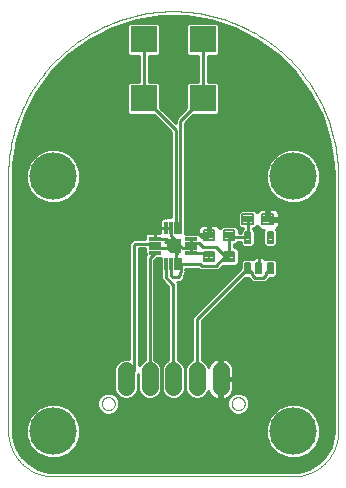
<source format=gtl>
G75*
%MOIN*%
%OFA0B0*%
%FSLAX25Y25*%
%IPPOS*%
%LPD*%
%AMOC8*
5,1,8,0,0,1.08239X$1,22.5*
%
%ADD10C,0.00787*%
%ADD11C,0.00709*%
%ADD12C,0.00000*%
%ADD13C,0.15811*%
%ADD14C,0.05600*%
%ADD15R,0.03937X0.01181*%
%ADD16R,0.01181X0.03937*%
%ADD17R,0.01181X0.01181*%
%ADD18C,0.00300*%
%ADD19R,0.08858X0.08858*%
%ADD20C,0.01000*%
%ADD21C,0.02381*%
D10*
X0066716Y0075181D02*
X0070260Y0075181D01*
X0066716Y0075181D02*
X0066716Y0078331D01*
X0070260Y0078331D01*
X0070260Y0075181D01*
X0070260Y0075967D02*
X0066716Y0075967D01*
X0066716Y0076753D02*
X0070260Y0076753D01*
X0070260Y0077539D02*
X0066716Y0077539D01*
X0066716Y0078325D02*
X0070260Y0078325D01*
X0070300Y0082268D02*
X0066756Y0082268D01*
X0066756Y0085418D01*
X0070300Y0085418D01*
X0070300Y0082268D01*
X0070300Y0083054D02*
X0066756Y0083054D01*
X0066756Y0083840D02*
X0070300Y0083840D01*
X0070300Y0084626D02*
X0066756Y0084626D01*
X0066756Y0085412D02*
X0070300Y0085412D01*
X0073448Y0082268D02*
X0076992Y0082268D01*
X0073448Y0082268D02*
X0073448Y0085418D01*
X0076992Y0085418D01*
X0076992Y0082268D01*
X0076992Y0083054D02*
X0073448Y0083054D01*
X0073448Y0083840D02*
X0076992Y0083840D01*
X0076992Y0084626D02*
X0073448Y0084626D01*
X0073448Y0085412D02*
X0076992Y0085412D01*
X0079669Y0090752D02*
X0083213Y0090752D01*
X0083213Y0087602D01*
X0079669Y0087602D01*
X0079669Y0090752D01*
X0079669Y0088388D02*
X0083213Y0088388D01*
X0083213Y0089174D02*
X0079669Y0089174D01*
X0079669Y0089960D02*
X0083213Y0089960D01*
X0083213Y0090746D02*
X0079669Y0090746D01*
X0086362Y0090752D02*
X0089906Y0090752D01*
X0089906Y0087602D01*
X0086362Y0087602D01*
X0086362Y0090752D01*
X0086362Y0088388D02*
X0089906Y0088388D01*
X0089906Y0089174D02*
X0086362Y0089174D01*
X0086362Y0089960D02*
X0089906Y0089960D01*
X0089906Y0090746D02*
X0086362Y0090746D01*
X0076953Y0075181D02*
X0073409Y0075181D01*
X0073409Y0078331D01*
X0076953Y0078331D01*
X0076953Y0075181D01*
X0076953Y0075967D02*
X0073409Y0075967D01*
X0073409Y0076753D02*
X0076953Y0076753D01*
X0076953Y0077539D02*
X0073409Y0077539D01*
X0073409Y0078325D02*
X0076953Y0078325D01*
D11*
X0080614Y0081342D02*
X0082268Y0081342D01*
X0080614Y0081342D02*
X0080614Y0084768D01*
X0082268Y0084768D01*
X0082268Y0081342D01*
X0082268Y0082050D02*
X0080614Y0082050D01*
X0080614Y0082758D02*
X0082268Y0082758D01*
X0082268Y0083466D02*
X0080614Y0083466D01*
X0080614Y0084174D02*
X0082268Y0084174D01*
X0088094Y0081342D02*
X0089748Y0081342D01*
X0088094Y0081342D02*
X0088094Y0084768D01*
X0089748Y0084768D01*
X0089748Y0081342D01*
X0089748Y0082050D02*
X0088094Y0082050D01*
X0088094Y0082758D02*
X0089748Y0082758D01*
X0089748Y0083466D02*
X0088094Y0083466D01*
X0088094Y0084174D02*
X0089748Y0084174D01*
X0089748Y0071106D02*
X0088094Y0071106D01*
X0088094Y0074532D01*
X0089748Y0074532D01*
X0089748Y0071106D01*
X0089748Y0071814D02*
X0088094Y0071814D01*
X0088094Y0072522D02*
X0089748Y0072522D01*
X0089748Y0073230D02*
X0088094Y0073230D01*
X0088094Y0073938D02*
X0089748Y0073938D01*
X0086008Y0071106D02*
X0084354Y0071106D01*
X0084354Y0074532D01*
X0086008Y0074532D01*
X0086008Y0071106D01*
X0086008Y0071814D02*
X0084354Y0071814D01*
X0084354Y0072522D02*
X0086008Y0072522D01*
X0086008Y0073230D02*
X0084354Y0073230D01*
X0084354Y0073938D02*
X0086008Y0073938D01*
X0082268Y0071106D02*
X0080614Y0071106D01*
X0080614Y0074532D01*
X0082268Y0074532D01*
X0082268Y0071106D01*
X0082268Y0071814D02*
X0080614Y0071814D01*
X0080614Y0072522D02*
X0082268Y0072522D01*
X0082268Y0073230D02*
X0080614Y0073230D01*
X0080614Y0073938D02*
X0082268Y0073938D01*
D12*
X0111618Y0103429D02*
X0111602Y0104768D01*
X0111553Y0106107D01*
X0111471Y0107444D01*
X0111357Y0108778D01*
X0111211Y0110110D01*
X0111032Y0111437D01*
X0110821Y0112760D01*
X0110577Y0114077D01*
X0110302Y0115388D01*
X0109995Y0116691D01*
X0109656Y0117987D01*
X0109286Y0119274D01*
X0108885Y0120552D01*
X0108452Y0121820D01*
X0107989Y0123077D01*
X0107495Y0124322D01*
X0106971Y0125555D01*
X0106418Y0126774D01*
X0105834Y0127980D01*
X0105222Y0129171D01*
X0104581Y0130347D01*
X0103911Y0131507D01*
X0103213Y0132650D01*
X0102488Y0133776D01*
X0101735Y0134884D01*
X0100956Y0135974D01*
X0100150Y0137044D01*
X0099319Y0138094D01*
X0098462Y0139123D01*
X0097580Y0140132D01*
X0096675Y0141118D01*
X0095745Y0142082D01*
X0094792Y0143024D01*
X0093817Y0143942D01*
X0092819Y0144835D01*
X0091800Y0145705D01*
X0090760Y0146549D01*
X0089700Y0147367D01*
X0088620Y0148160D01*
X0087522Y0148926D01*
X0086404Y0149665D01*
X0085270Y0150377D01*
X0084118Y0151060D01*
X0082950Y0151716D01*
X0081766Y0152343D01*
X0080568Y0152941D01*
X0079355Y0153509D01*
X0078129Y0154048D01*
X0076890Y0154557D01*
X0075639Y0155035D01*
X0074376Y0155483D01*
X0073104Y0155900D01*
X0071821Y0156286D01*
X0070529Y0156641D01*
X0069229Y0156964D01*
X0067922Y0157255D01*
X0066608Y0157514D01*
X0065288Y0157741D01*
X0063963Y0157936D01*
X0062633Y0158099D01*
X0061300Y0158229D01*
X0059965Y0158327D01*
X0058627Y0158392D01*
X0057288Y0158425D01*
X0055948Y0158425D01*
X0054609Y0158392D01*
X0053271Y0158327D01*
X0051936Y0158229D01*
X0050603Y0158099D01*
X0049273Y0157936D01*
X0047948Y0157741D01*
X0046628Y0157514D01*
X0045314Y0157255D01*
X0044007Y0156964D01*
X0042707Y0156641D01*
X0041415Y0156286D01*
X0040132Y0155900D01*
X0038860Y0155483D01*
X0037597Y0155035D01*
X0036346Y0154557D01*
X0035107Y0154048D01*
X0033881Y0153509D01*
X0032668Y0152941D01*
X0031470Y0152343D01*
X0030286Y0151716D01*
X0029118Y0151060D01*
X0027966Y0150377D01*
X0026832Y0149665D01*
X0025714Y0148926D01*
X0024616Y0148160D01*
X0023536Y0147367D01*
X0022476Y0146549D01*
X0021436Y0145705D01*
X0020417Y0144835D01*
X0019419Y0143942D01*
X0018444Y0143024D01*
X0017491Y0142082D01*
X0016561Y0141118D01*
X0015656Y0140132D01*
X0014774Y0139123D01*
X0013917Y0138094D01*
X0013086Y0137044D01*
X0012280Y0135974D01*
X0011501Y0134884D01*
X0010748Y0133776D01*
X0010023Y0132650D01*
X0009325Y0131507D01*
X0008655Y0130347D01*
X0008014Y0129171D01*
X0007402Y0127980D01*
X0006818Y0126774D01*
X0006265Y0125555D01*
X0005741Y0124322D01*
X0005247Y0123077D01*
X0004784Y0121820D01*
X0004351Y0120552D01*
X0003950Y0119274D01*
X0003580Y0117987D01*
X0003241Y0116691D01*
X0002934Y0115388D01*
X0002659Y0114077D01*
X0002415Y0112760D01*
X0002204Y0111437D01*
X0002025Y0110110D01*
X0001879Y0108778D01*
X0001765Y0107444D01*
X0001683Y0106107D01*
X0001634Y0104768D01*
X0001618Y0103429D01*
X0001618Y0018429D01*
X0001622Y0018067D01*
X0001636Y0017704D01*
X0001657Y0017342D01*
X0001688Y0016981D01*
X0001727Y0016621D01*
X0001775Y0016262D01*
X0001832Y0015904D01*
X0001897Y0015547D01*
X0001971Y0015192D01*
X0002054Y0014839D01*
X0002145Y0014488D01*
X0002244Y0014140D01*
X0002352Y0013794D01*
X0002468Y0013450D01*
X0002593Y0013110D01*
X0002725Y0012773D01*
X0002866Y0012439D01*
X0003015Y0012108D01*
X0003172Y0011781D01*
X0003336Y0011458D01*
X0003508Y0011139D01*
X0003688Y0010825D01*
X0003876Y0010514D01*
X0004071Y0010209D01*
X0004273Y0009908D01*
X0004483Y0009612D01*
X0004699Y0009322D01*
X0004923Y0009036D01*
X0005153Y0008756D01*
X0005390Y0008482D01*
X0005634Y0008214D01*
X0005884Y0007951D01*
X0006140Y0007695D01*
X0006403Y0007445D01*
X0006671Y0007201D01*
X0006945Y0006964D01*
X0007225Y0006734D01*
X0007511Y0006510D01*
X0007801Y0006294D01*
X0008097Y0006084D01*
X0008398Y0005882D01*
X0008703Y0005687D01*
X0009014Y0005499D01*
X0009328Y0005319D01*
X0009647Y0005147D01*
X0009970Y0004983D01*
X0010297Y0004826D01*
X0010628Y0004677D01*
X0010962Y0004536D01*
X0011299Y0004404D01*
X0011639Y0004279D01*
X0011983Y0004163D01*
X0012329Y0004055D01*
X0012677Y0003956D01*
X0013028Y0003865D01*
X0013381Y0003782D01*
X0013736Y0003708D01*
X0014093Y0003643D01*
X0014451Y0003586D01*
X0014810Y0003538D01*
X0015170Y0003499D01*
X0015531Y0003468D01*
X0015893Y0003447D01*
X0016256Y0003433D01*
X0016618Y0003429D01*
X0096618Y0003429D01*
X0096980Y0003433D01*
X0097343Y0003447D01*
X0097705Y0003468D01*
X0098066Y0003499D01*
X0098426Y0003538D01*
X0098785Y0003586D01*
X0099143Y0003643D01*
X0099500Y0003708D01*
X0099855Y0003782D01*
X0100208Y0003865D01*
X0100559Y0003956D01*
X0100907Y0004055D01*
X0101253Y0004163D01*
X0101597Y0004279D01*
X0101937Y0004404D01*
X0102274Y0004536D01*
X0102608Y0004677D01*
X0102939Y0004826D01*
X0103266Y0004983D01*
X0103589Y0005147D01*
X0103908Y0005319D01*
X0104222Y0005499D01*
X0104533Y0005687D01*
X0104838Y0005882D01*
X0105139Y0006084D01*
X0105435Y0006294D01*
X0105725Y0006510D01*
X0106011Y0006734D01*
X0106291Y0006964D01*
X0106565Y0007201D01*
X0106833Y0007445D01*
X0107096Y0007695D01*
X0107352Y0007951D01*
X0107602Y0008214D01*
X0107846Y0008482D01*
X0108083Y0008756D01*
X0108313Y0009036D01*
X0108537Y0009322D01*
X0108753Y0009612D01*
X0108963Y0009908D01*
X0109165Y0010209D01*
X0109360Y0010514D01*
X0109548Y0010825D01*
X0109728Y0011139D01*
X0109900Y0011458D01*
X0110064Y0011781D01*
X0110221Y0012108D01*
X0110370Y0012439D01*
X0110511Y0012773D01*
X0110643Y0013110D01*
X0110768Y0013450D01*
X0110884Y0013794D01*
X0110992Y0014140D01*
X0111091Y0014488D01*
X0111182Y0014839D01*
X0111265Y0015192D01*
X0111339Y0015547D01*
X0111404Y0015904D01*
X0111461Y0016262D01*
X0111509Y0016621D01*
X0111548Y0016981D01*
X0111579Y0017342D01*
X0111600Y0017704D01*
X0111614Y0018067D01*
X0111618Y0018429D01*
X0111618Y0103429D01*
X0076107Y0027661D02*
X0076109Y0027754D01*
X0076115Y0027846D01*
X0076125Y0027938D01*
X0076139Y0028029D01*
X0076156Y0028120D01*
X0076178Y0028210D01*
X0076203Y0028299D01*
X0076232Y0028387D01*
X0076265Y0028473D01*
X0076302Y0028558D01*
X0076342Y0028642D01*
X0076386Y0028723D01*
X0076433Y0028803D01*
X0076483Y0028881D01*
X0076537Y0028956D01*
X0076594Y0029029D01*
X0076654Y0029099D01*
X0076717Y0029167D01*
X0076783Y0029232D01*
X0076851Y0029294D01*
X0076922Y0029354D01*
X0076996Y0029410D01*
X0077072Y0029463D01*
X0077150Y0029512D01*
X0077230Y0029559D01*
X0077312Y0029601D01*
X0077396Y0029641D01*
X0077481Y0029676D01*
X0077568Y0029708D01*
X0077656Y0029737D01*
X0077745Y0029761D01*
X0077835Y0029782D01*
X0077926Y0029798D01*
X0078018Y0029811D01*
X0078110Y0029820D01*
X0078203Y0029825D01*
X0078295Y0029826D01*
X0078388Y0029823D01*
X0078480Y0029816D01*
X0078572Y0029805D01*
X0078663Y0029790D01*
X0078754Y0029772D01*
X0078844Y0029749D01*
X0078932Y0029723D01*
X0079020Y0029693D01*
X0079106Y0029659D01*
X0079190Y0029622D01*
X0079273Y0029580D01*
X0079354Y0029536D01*
X0079434Y0029488D01*
X0079511Y0029437D01*
X0079585Y0029382D01*
X0079658Y0029324D01*
X0079728Y0029264D01*
X0079795Y0029200D01*
X0079859Y0029134D01*
X0079921Y0029064D01*
X0079979Y0028993D01*
X0080034Y0028919D01*
X0080086Y0028842D01*
X0080135Y0028763D01*
X0080181Y0028683D01*
X0080223Y0028600D01*
X0080261Y0028516D01*
X0080296Y0028430D01*
X0080327Y0028343D01*
X0080354Y0028255D01*
X0080377Y0028165D01*
X0080397Y0028075D01*
X0080413Y0027984D01*
X0080425Y0027892D01*
X0080433Y0027800D01*
X0080437Y0027707D01*
X0080437Y0027615D01*
X0080433Y0027522D01*
X0080425Y0027430D01*
X0080413Y0027338D01*
X0080397Y0027247D01*
X0080377Y0027157D01*
X0080354Y0027067D01*
X0080327Y0026979D01*
X0080296Y0026892D01*
X0080261Y0026806D01*
X0080223Y0026722D01*
X0080181Y0026639D01*
X0080135Y0026559D01*
X0080086Y0026480D01*
X0080034Y0026403D01*
X0079979Y0026329D01*
X0079921Y0026258D01*
X0079859Y0026188D01*
X0079795Y0026122D01*
X0079728Y0026058D01*
X0079658Y0025998D01*
X0079585Y0025940D01*
X0079511Y0025885D01*
X0079434Y0025834D01*
X0079355Y0025786D01*
X0079273Y0025742D01*
X0079190Y0025700D01*
X0079106Y0025663D01*
X0079020Y0025629D01*
X0078932Y0025599D01*
X0078844Y0025573D01*
X0078754Y0025550D01*
X0078663Y0025532D01*
X0078572Y0025517D01*
X0078480Y0025506D01*
X0078388Y0025499D01*
X0078295Y0025496D01*
X0078203Y0025497D01*
X0078110Y0025502D01*
X0078018Y0025511D01*
X0077926Y0025524D01*
X0077835Y0025540D01*
X0077745Y0025561D01*
X0077656Y0025585D01*
X0077568Y0025614D01*
X0077481Y0025646D01*
X0077396Y0025681D01*
X0077312Y0025721D01*
X0077230Y0025763D01*
X0077150Y0025810D01*
X0077072Y0025859D01*
X0076996Y0025912D01*
X0076922Y0025968D01*
X0076851Y0026028D01*
X0076783Y0026090D01*
X0076717Y0026155D01*
X0076654Y0026223D01*
X0076594Y0026293D01*
X0076537Y0026366D01*
X0076483Y0026441D01*
X0076433Y0026519D01*
X0076386Y0026599D01*
X0076342Y0026680D01*
X0076302Y0026764D01*
X0076265Y0026849D01*
X0076232Y0026935D01*
X0076203Y0027023D01*
X0076178Y0027112D01*
X0076156Y0027202D01*
X0076139Y0027293D01*
X0076125Y0027384D01*
X0076115Y0027476D01*
X0076109Y0027568D01*
X0076107Y0027661D01*
X0032800Y0027661D02*
X0032802Y0027754D01*
X0032808Y0027846D01*
X0032818Y0027938D01*
X0032832Y0028029D01*
X0032849Y0028120D01*
X0032871Y0028210D01*
X0032896Y0028299D01*
X0032925Y0028387D01*
X0032958Y0028473D01*
X0032995Y0028558D01*
X0033035Y0028642D01*
X0033079Y0028723D01*
X0033126Y0028803D01*
X0033176Y0028881D01*
X0033230Y0028956D01*
X0033287Y0029029D01*
X0033347Y0029099D01*
X0033410Y0029167D01*
X0033476Y0029232D01*
X0033544Y0029294D01*
X0033615Y0029354D01*
X0033689Y0029410D01*
X0033765Y0029463D01*
X0033843Y0029512D01*
X0033923Y0029559D01*
X0034005Y0029601D01*
X0034089Y0029641D01*
X0034174Y0029676D01*
X0034261Y0029708D01*
X0034349Y0029737D01*
X0034438Y0029761D01*
X0034528Y0029782D01*
X0034619Y0029798D01*
X0034711Y0029811D01*
X0034803Y0029820D01*
X0034896Y0029825D01*
X0034988Y0029826D01*
X0035081Y0029823D01*
X0035173Y0029816D01*
X0035265Y0029805D01*
X0035356Y0029790D01*
X0035447Y0029772D01*
X0035537Y0029749D01*
X0035625Y0029723D01*
X0035713Y0029693D01*
X0035799Y0029659D01*
X0035883Y0029622D01*
X0035966Y0029580D01*
X0036047Y0029536D01*
X0036127Y0029488D01*
X0036204Y0029437D01*
X0036278Y0029382D01*
X0036351Y0029324D01*
X0036421Y0029264D01*
X0036488Y0029200D01*
X0036552Y0029134D01*
X0036614Y0029064D01*
X0036672Y0028993D01*
X0036727Y0028919D01*
X0036779Y0028842D01*
X0036828Y0028763D01*
X0036874Y0028683D01*
X0036916Y0028600D01*
X0036954Y0028516D01*
X0036989Y0028430D01*
X0037020Y0028343D01*
X0037047Y0028255D01*
X0037070Y0028165D01*
X0037090Y0028075D01*
X0037106Y0027984D01*
X0037118Y0027892D01*
X0037126Y0027800D01*
X0037130Y0027707D01*
X0037130Y0027615D01*
X0037126Y0027522D01*
X0037118Y0027430D01*
X0037106Y0027338D01*
X0037090Y0027247D01*
X0037070Y0027157D01*
X0037047Y0027067D01*
X0037020Y0026979D01*
X0036989Y0026892D01*
X0036954Y0026806D01*
X0036916Y0026722D01*
X0036874Y0026639D01*
X0036828Y0026559D01*
X0036779Y0026480D01*
X0036727Y0026403D01*
X0036672Y0026329D01*
X0036614Y0026258D01*
X0036552Y0026188D01*
X0036488Y0026122D01*
X0036421Y0026058D01*
X0036351Y0025998D01*
X0036278Y0025940D01*
X0036204Y0025885D01*
X0036127Y0025834D01*
X0036048Y0025786D01*
X0035966Y0025742D01*
X0035883Y0025700D01*
X0035799Y0025663D01*
X0035713Y0025629D01*
X0035625Y0025599D01*
X0035537Y0025573D01*
X0035447Y0025550D01*
X0035356Y0025532D01*
X0035265Y0025517D01*
X0035173Y0025506D01*
X0035081Y0025499D01*
X0034988Y0025496D01*
X0034896Y0025497D01*
X0034803Y0025502D01*
X0034711Y0025511D01*
X0034619Y0025524D01*
X0034528Y0025540D01*
X0034438Y0025561D01*
X0034349Y0025585D01*
X0034261Y0025614D01*
X0034174Y0025646D01*
X0034089Y0025681D01*
X0034005Y0025721D01*
X0033923Y0025763D01*
X0033843Y0025810D01*
X0033765Y0025859D01*
X0033689Y0025912D01*
X0033615Y0025968D01*
X0033544Y0026028D01*
X0033476Y0026090D01*
X0033410Y0026155D01*
X0033347Y0026223D01*
X0033287Y0026293D01*
X0033230Y0026366D01*
X0033176Y0026441D01*
X0033126Y0026519D01*
X0033079Y0026599D01*
X0033035Y0026680D01*
X0032995Y0026764D01*
X0032958Y0026849D01*
X0032925Y0026935D01*
X0032896Y0027023D01*
X0032871Y0027112D01*
X0032849Y0027202D01*
X0032832Y0027293D01*
X0032818Y0027384D01*
X0032808Y0027476D01*
X0032802Y0027568D01*
X0032800Y0027661D01*
D13*
X0016618Y0018429D03*
X0016618Y0103429D03*
X0096618Y0103429D03*
X0096618Y0018429D03*
D14*
X0072366Y0033129D02*
X0072366Y0038729D01*
X0064492Y0038729D02*
X0064492Y0033129D01*
X0056618Y0033129D02*
X0056618Y0038729D01*
X0048744Y0038729D02*
X0048744Y0033129D01*
X0040870Y0033129D02*
X0040870Y0038729D01*
D15*
X0050555Y0077878D03*
X0050555Y0079453D03*
X0050555Y0081028D03*
X0050555Y0082602D03*
X0062681Y0082602D03*
X0062681Y0081028D03*
X0062681Y0079453D03*
X0062681Y0077878D03*
D16*
X0058980Y0074177D03*
X0057406Y0074177D03*
X0055831Y0074177D03*
X0054256Y0074177D03*
X0054256Y0086303D03*
X0055831Y0086303D03*
X0057406Y0086303D03*
X0058980Y0086303D03*
D17*
X0057839Y0081500D03*
D18*
X0058770Y0081501D02*
X0054516Y0081501D01*
X0054514Y0081203D02*
X0058772Y0081203D01*
X0058774Y0080904D02*
X0054513Y0080904D01*
X0054512Y0080605D02*
X0058777Y0080605D01*
X0058779Y0080307D02*
X0054511Y0080307D01*
X0054510Y0080008D02*
X0058781Y0080008D01*
X0058784Y0079710D02*
X0054509Y0079710D01*
X0054508Y0079411D02*
X0058786Y0079411D01*
X0058788Y0079113D02*
X0054568Y0079113D01*
X0054507Y0079174D02*
X0054519Y0082475D01*
X0058762Y0082452D01*
X0058796Y0078130D01*
X0055551Y0078130D01*
X0054507Y0079174D01*
X0054867Y0078814D02*
X0058791Y0078814D01*
X0058793Y0078516D02*
X0055165Y0078516D01*
X0055464Y0078217D02*
X0058795Y0078217D01*
X0058767Y0081800D02*
X0054517Y0081800D01*
X0054518Y0082098D02*
X0058765Y0082098D01*
X0058763Y0082397D02*
X0054519Y0082397D01*
D19*
X0046776Y0129453D03*
X0046776Y0149138D03*
X0066461Y0149138D03*
X0066461Y0129453D03*
D20*
X0014671Y0009488D02*
X0006631Y0009488D01*
X0005908Y0010211D02*
X0004146Y0013263D01*
X0003234Y0016667D01*
X0003118Y0018429D01*
X0003118Y0103429D01*
X0003283Y0107627D01*
X0004596Y0115918D01*
X0007191Y0123903D01*
X0011002Y0131383D01*
X0015936Y0138175D01*
X0021873Y0144111D01*
X0028664Y0149045D01*
X0036145Y0152857D01*
X0044129Y0155451D01*
X0052421Y0156764D01*
X0060816Y0156764D01*
X0069107Y0155451D01*
X0077092Y0152857D01*
X0084572Y0149045D01*
X0091364Y0144111D01*
X0097300Y0138175D01*
X0102234Y0131383D01*
X0106046Y0123903D01*
X0108640Y0115918D01*
X0109953Y0107627D01*
X0110118Y0103429D01*
X0110118Y0018429D01*
X0110003Y0016667D01*
X0109090Y0013263D01*
X0107328Y0010211D01*
X0104836Y0007719D01*
X0101784Y0005957D01*
X0098380Y0005045D01*
X0096618Y0004929D01*
X0016618Y0004929D01*
X0014856Y0005045D01*
X0011452Y0005957D01*
X0008400Y0007719D01*
X0005908Y0010211D01*
X0005749Y0010487D02*
X0012261Y0010487D01*
X0011517Y0010795D02*
X0014827Y0009424D01*
X0018409Y0009424D01*
X0021719Y0010795D01*
X0024253Y0013328D01*
X0025624Y0016638D01*
X0025624Y0020220D01*
X0024253Y0023530D01*
X0021719Y0026064D01*
X0018409Y0027435D01*
X0014827Y0027435D01*
X0011517Y0026064D01*
X0008984Y0023530D01*
X0007613Y0020220D01*
X0007613Y0016638D01*
X0008984Y0013328D01*
X0011517Y0010795D01*
X0010826Y0011485D02*
X0005172Y0011485D01*
X0004596Y0012484D02*
X0009828Y0012484D01*
X0008920Y0013482D02*
X0004087Y0013482D01*
X0003819Y0014481D02*
X0008506Y0014481D01*
X0008093Y0015479D02*
X0003552Y0015479D01*
X0003284Y0016478D02*
X0007679Y0016478D01*
X0007613Y0017476D02*
X0003181Y0017476D01*
X0003118Y0018475D02*
X0007613Y0018475D01*
X0007613Y0019473D02*
X0003118Y0019473D01*
X0003118Y0020472D02*
X0007717Y0020472D01*
X0008130Y0021470D02*
X0003118Y0021470D01*
X0003118Y0022469D02*
X0008544Y0022469D01*
X0008957Y0023467D02*
X0003118Y0023467D01*
X0003118Y0024466D02*
X0009919Y0024466D01*
X0010918Y0025464D02*
X0003118Y0025464D01*
X0003118Y0026463D02*
X0012481Y0026463D01*
X0020756Y0026463D02*
X0031494Y0026463D01*
X0031299Y0026932D02*
X0031857Y0025585D01*
X0032888Y0024554D01*
X0034235Y0023996D01*
X0035694Y0023996D01*
X0037041Y0024554D01*
X0038072Y0025585D01*
X0038630Y0026932D01*
X0038630Y0028391D01*
X0038072Y0029738D01*
X0037041Y0030769D01*
X0035694Y0031327D01*
X0034235Y0031327D01*
X0032888Y0030769D01*
X0031857Y0029738D01*
X0031299Y0028391D01*
X0031299Y0026932D01*
X0031299Y0027461D02*
X0003118Y0027461D01*
X0003118Y0028460D02*
X0031328Y0028460D01*
X0031742Y0029458D02*
X0003118Y0029458D01*
X0003118Y0030457D02*
X0032576Y0030457D01*
X0031978Y0025464D02*
X0022319Y0025464D01*
X0023317Y0024466D02*
X0033102Y0024466D01*
X0036828Y0024466D02*
X0076409Y0024466D01*
X0076195Y0024554D02*
X0077543Y0023996D01*
X0079001Y0023996D01*
X0080348Y0024554D01*
X0081379Y0025585D01*
X0081937Y0026932D01*
X0081937Y0028391D01*
X0081379Y0029738D01*
X0080348Y0030769D01*
X0079001Y0031327D01*
X0077543Y0031327D01*
X0076195Y0030769D01*
X0075164Y0029738D01*
X0074606Y0028391D01*
X0074606Y0026932D01*
X0075164Y0025585D01*
X0076195Y0024554D01*
X0075285Y0025464D02*
X0037951Y0025464D01*
X0038435Y0026463D02*
X0074801Y0026463D01*
X0074606Y0027461D02*
X0038630Y0027461D01*
X0038601Y0028460D02*
X0074635Y0028460D01*
X0074017Y0029144D02*
X0074620Y0029451D01*
X0075167Y0029849D01*
X0075646Y0030328D01*
X0076044Y0030875D01*
X0076351Y0031478D01*
X0076560Y0032122D01*
X0076666Y0032791D01*
X0076666Y0035543D01*
X0072752Y0035543D01*
X0072752Y0028837D01*
X0073373Y0028935D01*
X0074017Y0029144D01*
X0074629Y0029458D02*
X0075049Y0029458D01*
X0075740Y0030457D02*
X0075883Y0030457D01*
X0076339Y0031455D02*
X0110118Y0031455D01*
X0110118Y0030457D02*
X0080660Y0030457D01*
X0081495Y0029458D02*
X0110118Y0029458D01*
X0110118Y0028460D02*
X0081908Y0028460D01*
X0081937Y0027461D02*
X0110118Y0027461D01*
X0110118Y0026463D02*
X0100756Y0026463D01*
X0101719Y0026064D02*
X0098409Y0027435D01*
X0094827Y0027435D01*
X0091517Y0026064D01*
X0088984Y0023530D01*
X0087613Y0020220D01*
X0087613Y0016638D01*
X0088984Y0013328D01*
X0091517Y0010795D01*
X0094827Y0009424D01*
X0098409Y0009424D01*
X0101719Y0010795D01*
X0104253Y0013328D01*
X0105624Y0016638D01*
X0105624Y0020220D01*
X0104253Y0023530D01*
X0101719Y0026064D01*
X0102319Y0025464D02*
X0110118Y0025464D01*
X0110118Y0024466D02*
X0103317Y0024466D01*
X0104279Y0023467D02*
X0110118Y0023467D01*
X0110118Y0022469D02*
X0104692Y0022469D01*
X0105106Y0021470D02*
X0110118Y0021470D01*
X0110118Y0020472D02*
X0105520Y0020472D01*
X0105624Y0019473D02*
X0110118Y0019473D01*
X0110118Y0018475D02*
X0105624Y0018475D01*
X0105624Y0017476D02*
X0110056Y0017476D01*
X0109952Y0016478D02*
X0105557Y0016478D01*
X0105144Y0015479D02*
X0109684Y0015479D01*
X0109417Y0014481D02*
X0104730Y0014481D01*
X0104316Y0013482D02*
X0109149Y0013482D01*
X0108641Y0012484D02*
X0103408Y0012484D01*
X0102410Y0011485D02*
X0108064Y0011485D01*
X0107488Y0010487D02*
X0100976Y0010487D01*
X0098565Y0009488D02*
X0106606Y0009488D01*
X0105607Y0008490D02*
X0007629Y0008490D01*
X0008794Y0007491D02*
X0104442Y0007491D01*
X0102712Y0006493D02*
X0010524Y0006493D01*
X0013179Y0005494D02*
X0100058Y0005494D01*
X0094671Y0009488D02*
X0018565Y0009488D01*
X0020976Y0010487D02*
X0092261Y0010487D01*
X0090826Y0011485D02*
X0022410Y0011485D01*
X0023408Y0012484D02*
X0089828Y0012484D01*
X0088920Y0013482D02*
X0024316Y0013482D01*
X0024730Y0014481D02*
X0088506Y0014481D01*
X0088093Y0015479D02*
X0025144Y0015479D01*
X0025557Y0016478D02*
X0087679Y0016478D01*
X0087613Y0017476D02*
X0025624Y0017476D01*
X0025624Y0018475D02*
X0087613Y0018475D01*
X0087613Y0019473D02*
X0025624Y0019473D01*
X0025520Y0020472D02*
X0087717Y0020472D01*
X0088130Y0021470D02*
X0025106Y0021470D01*
X0024692Y0022469D02*
X0088544Y0022469D01*
X0088957Y0023467D02*
X0024279Y0023467D01*
X0037353Y0030457D02*
X0038027Y0030457D01*
X0037564Y0030920D02*
X0038661Y0029823D01*
X0040094Y0029229D01*
X0041646Y0029229D01*
X0043079Y0029823D01*
X0044176Y0030920D01*
X0044770Y0032353D01*
X0044770Y0037566D01*
X0044844Y0037640D01*
X0044844Y0032353D01*
X0045438Y0030920D01*
X0046535Y0029823D01*
X0047968Y0029229D01*
X0049520Y0029229D01*
X0050953Y0029823D01*
X0052050Y0030920D01*
X0052644Y0032353D01*
X0052644Y0039505D01*
X0052050Y0040938D01*
X0050953Y0042035D01*
X0050344Y0042288D01*
X0050344Y0075404D01*
X0051127Y0076187D01*
X0052565Y0076187D01*
X0052565Y0074865D01*
X0052540Y0074840D01*
X0052540Y0069163D01*
X0053477Y0068225D01*
X0053477Y0068225D01*
X0055018Y0066685D01*
X0055018Y0042288D01*
X0054409Y0042035D01*
X0053312Y0040938D01*
X0052718Y0039505D01*
X0052718Y0032353D01*
X0053312Y0030920D01*
X0054409Y0029823D01*
X0055842Y0029229D01*
X0057394Y0029229D01*
X0058827Y0029823D01*
X0059924Y0030920D01*
X0060518Y0032353D01*
X0060518Y0039505D01*
X0059924Y0040938D01*
X0058827Y0042035D01*
X0058218Y0042288D01*
X0058218Y0068010D01*
X0057881Y0068348D01*
X0058261Y0068335D01*
X0058711Y0068207D01*
X0058901Y0068314D01*
X0059119Y0068306D01*
X0059460Y0068626D01*
X0059869Y0068853D01*
X0059928Y0069063D01*
X0060087Y0069212D01*
X0060103Y0069679D01*
X0060364Y0070599D01*
X0060465Y0070859D01*
X0060696Y0071090D01*
X0060696Y0071453D01*
X0060827Y0071791D01*
X0060696Y0072089D01*
X0060696Y0072693D01*
X0064830Y0072693D01*
X0065435Y0072087D01*
X0071541Y0072087D01*
X0073141Y0073687D01*
X0077571Y0073687D01*
X0078446Y0074562D01*
X0078446Y0078949D01*
X0077571Y0079824D01*
X0076820Y0079824D01*
X0076820Y0080774D01*
X0077611Y0080774D01*
X0078292Y0081455D01*
X0079160Y0081455D01*
X0079160Y0080740D01*
X0080012Y0079888D01*
X0082870Y0079888D01*
X0083722Y0080740D01*
X0083722Y0085370D01*
X0083041Y0086051D01*
X0083041Y0086109D01*
X0083831Y0086109D01*
X0084597Y0086874D01*
X0084598Y0086871D01*
X0084847Y0086440D01*
X0085199Y0086087D01*
X0085631Y0085838D01*
X0086113Y0085709D01*
X0086979Y0085709D01*
X0086640Y0085370D01*
X0086640Y0080740D01*
X0087492Y0079888D01*
X0090350Y0079888D01*
X0091202Y0080740D01*
X0091202Y0085370D01*
X0090699Y0085874D01*
X0091068Y0086087D01*
X0091421Y0086440D01*
X0091670Y0086871D01*
X0091799Y0087353D01*
X0091799Y0088693D01*
X0088618Y0088693D01*
X0088618Y0089661D01*
X0091799Y0089661D01*
X0091799Y0091001D01*
X0091670Y0091483D01*
X0091421Y0091915D01*
X0091068Y0092267D01*
X0090636Y0092517D01*
X0090155Y0092646D01*
X0088618Y0092646D01*
X0088618Y0089661D01*
X0087650Y0089661D01*
X0087650Y0092646D01*
X0086113Y0092646D01*
X0085631Y0092517D01*
X0085199Y0092267D01*
X0084847Y0091915D01*
X0084598Y0091483D01*
X0084597Y0091480D01*
X0083831Y0092246D01*
X0079051Y0092246D01*
X0078176Y0091371D01*
X0078176Y0086984D01*
X0079051Y0086109D01*
X0079841Y0086109D01*
X0079841Y0086051D01*
X0079160Y0085370D01*
X0079160Y0084655D01*
X0078486Y0084655D01*
X0078486Y0086036D01*
X0077611Y0086911D01*
X0072830Y0086911D01*
X0072065Y0086145D01*
X0072064Y0086148D01*
X0071815Y0086580D01*
X0071462Y0086933D01*
X0071030Y0087182D01*
X0070549Y0087311D01*
X0069012Y0087311D01*
X0069012Y0084327D01*
X0068043Y0084327D01*
X0068043Y0083358D01*
X0065750Y0083358D01*
X0065750Y0083649D01*
X0065105Y0084293D01*
X0060671Y0084293D01*
X0060671Y0088727D01*
X0060580Y0088818D01*
X0060580Y0121310D01*
X0063194Y0123924D01*
X0071345Y0123924D01*
X0071990Y0124568D01*
X0071990Y0134338D01*
X0071345Y0134982D01*
X0068061Y0134982D01*
X0068061Y0143609D01*
X0071345Y0143609D01*
X0071990Y0144253D01*
X0071990Y0154023D01*
X0071345Y0154667D01*
X0061576Y0154667D01*
X0060931Y0154023D01*
X0060931Y0144253D01*
X0061576Y0143609D01*
X0064861Y0143609D01*
X0064861Y0134982D01*
X0061576Y0134982D01*
X0060931Y0134338D01*
X0060931Y0126186D01*
X0057380Y0122635D01*
X0057380Y0121111D01*
X0052305Y0126186D01*
X0052305Y0134338D01*
X0051660Y0134982D01*
X0048376Y0134982D01*
X0048376Y0143609D01*
X0051660Y0143609D01*
X0052305Y0144253D01*
X0052305Y0154023D01*
X0051660Y0154667D01*
X0041891Y0154667D01*
X0041246Y0154023D01*
X0041246Y0144253D01*
X0041891Y0143609D01*
X0045176Y0143609D01*
X0045176Y0134982D01*
X0041891Y0134982D01*
X0041246Y0134338D01*
X0041246Y0124568D01*
X0041891Y0123924D01*
X0050042Y0123924D01*
X0055806Y0118160D01*
X0055806Y0089772D01*
X0054256Y0089772D01*
X0054256Y0089409D01*
X0054256Y0089409D01*
X0054256Y0089772D01*
X0053468Y0089772D01*
X0053086Y0089669D01*
X0052744Y0089472D01*
X0052465Y0089193D01*
X0052268Y0088851D01*
X0052165Y0088469D01*
X0052165Y0086303D01*
X0052165Y0084693D01*
X0050555Y0084693D01*
X0048389Y0084693D01*
X0048008Y0084591D01*
X0047666Y0084393D01*
X0047386Y0084114D01*
X0047189Y0083772D01*
X0047087Y0083390D01*
X0047087Y0082628D01*
X0043357Y0082628D01*
X0042963Y0082234D01*
X0042026Y0081297D01*
X0042026Y0042472D01*
X0041646Y0042629D01*
X0040094Y0042629D01*
X0038661Y0042035D01*
X0037564Y0040938D01*
X0036970Y0039505D01*
X0036970Y0032353D01*
X0037564Y0030920D01*
X0037342Y0031455D02*
X0003118Y0031455D01*
X0003118Y0032454D02*
X0036970Y0032454D01*
X0036970Y0033452D02*
X0003118Y0033452D01*
X0003118Y0034451D02*
X0036970Y0034451D01*
X0036970Y0035449D02*
X0003118Y0035449D01*
X0003118Y0036448D02*
X0036970Y0036448D01*
X0036970Y0037446D02*
X0003118Y0037446D01*
X0003118Y0038445D02*
X0036970Y0038445D01*
X0036970Y0039443D02*
X0003118Y0039443D01*
X0003118Y0040442D02*
X0037358Y0040442D01*
X0038066Y0041440D02*
X0003118Y0041440D01*
X0003118Y0042439D02*
X0039635Y0042439D01*
X0042026Y0043437D02*
X0003118Y0043437D01*
X0003118Y0044436D02*
X0042026Y0044436D01*
X0042026Y0045434D02*
X0003118Y0045434D01*
X0003118Y0046433D02*
X0042026Y0046433D01*
X0042026Y0047432D02*
X0003118Y0047432D01*
X0003118Y0048430D02*
X0042026Y0048430D01*
X0042026Y0049429D02*
X0003118Y0049429D01*
X0003118Y0050427D02*
X0042026Y0050427D01*
X0042026Y0051426D02*
X0003118Y0051426D01*
X0003118Y0052424D02*
X0042026Y0052424D01*
X0042026Y0053423D02*
X0003118Y0053423D01*
X0003118Y0054421D02*
X0042026Y0054421D01*
X0042026Y0055420D02*
X0003118Y0055420D01*
X0003118Y0056418D02*
X0042026Y0056418D01*
X0042026Y0057417D02*
X0003118Y0057417D01*
X0003118Y0058415D02*
X0042026Y0058415D01*
X0042026Y0059414D02*
X0003118Y0059414D01*
X0003118Y0060412D02*
X0042026Y0060412D01*
X0042026Y0061411D02*
X0003118Y0061411D01*
X0003118Y0062409D02*
X0042026Y0062409D01*
X0042026Y0063408D02*
X0003118Y0063408D01*
X0003118Y0064406D02*
X0042026Y0064406D01*
X0042026Y0065405D02*
X0003118Y0065405D01*
X0003118Y0066403D02*
X0042026Y0066403D01*
X0042026Y0067402D02*
X0003118Y0067402D01*
X0003118Y0068400D02*
X0042026Y0068400D01*
X0042026Y0069399D02*
X0003118Y0069399D01*
X0003118Y0070397D02*
X0042026Y0070397D01*
X0042026Y0071396D02*
X0003118Y0071396D01*
X0003118Y0072394D02*
X0042026Y0072394D01*
X0042026Y0073393D02*
X0003118Y0073393D01*
X0003118Y0074391D02*
X0042026Y0074391D01*
X0042026Y0075390D02*
X0003118Y0075390D01*
X0003118Y0076388D02*
X0042026Y0076388D01*
X0042026Y0077387D02*
X0003118Y0077387D01*
X0003118Y0078385D02*
X0042026Y0078385D01*
X0042026Y0079384D02*
X0003118Y0079384D01*
X0003118Y0080382D02*
X0042026Y0080382D01*
X0042110Y0081381D02*
X0003118Y0081381D01*
X0003118Y0082379D02*
X0043109Y0082379D01*
X0044020Y0081028D02*
X0043626Y0080634D01*
X0043626Y0038685D01*
X0040870Y0035929D01*
X0044398Y0031455D02*
X0045216Y0031455D01*
X0044844Y0032454D02*
X0044770Y0032454D01*
X0044770Y0033452D02*
X0044844Y0033452D01*
X0044844Y0034451D02*
X0044770Y0034451D01*
X0044770Y0035449D02*
X0044844Y0035449D01*
X0044844Y0036448D02*
X0044770Y0036448D01*
X0044770Y0037446D02*
X0044844Y0037446D01*
X0045226Y0040427D02*
X0045226Y0079428D01*
X0047087Y0079428D01*
X0047087Y0078665D01*
X0047189Y0078283D01*
X0047386Y0077941D01*
X0047487Y0077841D01*
X0047487Y0077072D01*
X0047144Y0076730D01*
X0047144Y0042288D01*
X0046535Y0042035D01*
X0045438Y0040938D01*
X0045226Y0040427D01*
X0045226Y0040442D02*
X0045232Y0040442D01*
X0045226Y0041440D02*
X0045940Y0041440D01*
X0045226Y0042439D02*
X0047144Y0042439D01*
X0047144Y0043437D02*
X0045226Y0043437D01*
X0045226Y0044436D02*
X0047144Y0044436D01*
X0047144Y0045434D02*
X0045226Y0045434D01*
X0045226Y0046433D02*
X0047144Y0046433D01*
X0047144Y0047432D02*
X0045226Y0047432D01*
X0045226Y0048430D02*
X0047144Y0048430D01*
X0047144Y0049429D02*
X0045226Y0049429D01*
X0045226Y0050427D02*
X0047144Y0050427D01*
X0047144Y0051426D02*
X0045226Y0051426D01*
X0045226Y0052424D02*
X0047144Y0052424D01*
X0047144Y0053423D02*
X0045226Y0053423D01*
X0045226Y0054421D02*
X0047144Y0054421D01*
X0047144Y0055420D02*
X0045226Y0055420D01*
X0045226Y0056418D02*
X0047144Y0056418D01*
X0047144Y0057417D02*
X0045226Y0057417D01*
X0045226Y0058415D02*
X0047144Y0058415D01*
X0047144Y0059414D02*
X0045226Y0059414D01*
X0045226Y0060412D02*
X0047144Y0060412D01*
X0047144Y0061411D02*
X0045226Y0061411D01*
X0045226Y0062409D02*
X0047144Y0062409D01*
X0047144Y0063408D02*
X0045226Y0063408D01*
X0045226Y0064406D02*
X0047144Y0064406D01*
X0047144Y0065405D02*
X0045226Y0065405D01*
X0045226Y0066403D02*
X0047144Y0066403D01*
X0047144Y0067402D02*
X0045226Y0067402D01*
X0045226Y0068400D02*
X0047144Y0068400D01*
X0047144Y0069399D02*
X0045226Y0069399D01*
X0045226Y0070397D02*
X0047144Y0070397D01*
X0047144Y0071396D02*
X0045226Y0071396D01*
X0045226Y0072394D02*
X0047144Y0072394D01*
X0047144Y0073393D02*
X0045226Y0073393D01*
X0045226Y0074391D02*
X0047144Y0074391D01*
X0047144Y0075390D02*
X0045226Y0075390D01*
X0045226Y0076388D02*
X0047144Y0076388D01*
X0047487Y0077387D02*
X0045226Y0077387D01*
X0045226Y0078385D02*
X0047161Y0078385D01*
X0047087Y0079384D02*
X0045226Y0079384D01*
X0044020Y0081028D02*
X0050555Y0081028D01*
X0050555Y0082602D02*
X0054256Y0082602D01*
X0055860Y0080999D01*
X0055101Y0079453D01*
X0050555Y0079453D01*
X0050439Y0077762D02*
X0048744Y0076067D01*
X0048744Y0035929D01*
X0052644Y0035449D02*
X0052718Y0035449D01*
X0052718Y0034451D02*
X0052644Y0034451D01*
X0052644Y0033452D02*
X0052718Y0033452D01*
X0052718Y0032454D02*
X0052644Y0032454D01*
X0052272Y0031455D02*
X0053090Y0031455D01*
X0053775Y0030457D02*
X0051587Y0030457D01*
X0050073Y0029458D02*
X0055289Y0029458D01*
X0057947Y0029458D02*
X0063163Y0029458D01*
X0063716Y0029229D02*
X0062283Y0029823D01*
X0061186Y0030920D01*
X0060592Y0032353D01*
X0060592Y0039505D01*
X0061186Y0040938D01*
X0062283Y0042035D01*
X0062892Y0042288D01*
X0062892Y0056533D01*
X0079160Y0072801D01*
X0079160Y0075134D01*
X0080012Y0075986D01*
X0082870Y0075986D01*
X0083028Y0075828D01*
X0083216Y0076015D01*
X0083639Y0076259D01*
X0084110Y0076386D01*
X0085091Y0076386D01*
X0085091Y0072910D01*
X0085272Y0072910D01*
X0085272Y0076386D01*
X0086252Y0076386D01*
X0086724Y0076259D01*
X0087146Y0076015D01*
X0087334Y0075828D01*
X0087492Y0075986D01*
X0090350Y0075986D01*
X0091202Y0075134D01*
X0091202Y0070504D01*
X0090350Y0069652D01*
X0088873Y0069652D01*
X0088125Y0068904D01*
X0087273Y0068052D01*
X0083089Y0068052D01*
X0082237Y0068904D01*
X0081489Y0069652D01*
X0080537Y0069652D01*
X0066092Y0055207D01*
X0066092Y0042288D01*
X0066701Y0042035D01*
X0067798Y0040938D01*
X0068227Y0039904D01*
X0068381Y0040380D01*
X0068688Y0040983D01*
X0069086Y0041530D01*
X0069565Y0042009D01*
X0070112Y0042407D01*
X0070716Y0042714D01*
X0071359Y0042923D01*
X0071980Y0043022D01*
X0071980Y0036315D01*
X0072752Y0036315D01*
X0072752Y0043022D01*
X0073373Y0042923D01*
X0074017Y0042714D01*
X0074620Y0042407D01*
X0075167Y0042009D01*
X0075646Y0041530D01*
X0076044Y0040983D01*
X0076351Y0040380D01*
X0076560Y0039736D01*
X0076666Y0039068D01*
X0076666Y0036315D01*
X0072752Y0036315D01*
X0072752Y0035543D01*
X0071980Y0035543D01*
X0071980Y0028837D01*
X0071359Y0028935D01*
X0070716Y0029144D01*
X0070112Y0029451D01*
X0069565Y0029849D01*
X0069086Y0030328D01*
X0068688Y0030875D01*
X0068381Y0031478D01*
X0068227Y0031954D01*
X0067798Y0030920D01*
X0066701Y0029823D01*
X0065268Y0029229D01*
X0063716Y0029229D01*
X0065821Y0029458D02*
X0070103Y0029458D01*
X0068993Y0030457D02*
X0067335Y0030457D01*
X0068020Y0031455D02*
X0068393Y0031455D01*
X0071980Y0031455D02*
X0072752Y0031455D01*
X0072752Y0030457D02*
X0071980Y0030457D01*
X0071980Y0029458D02*
X0072752Y0029458D01*
X0072752Y0032454D02*
X0071980Y0032454D01*
X0071980Y0033452D02*
X0072752Y0033452D01*
X0072752Y0034451D02*
X0071980Y0034451D01*
X0071980Y0035449D02*
X0072752Y0035449D01*
X0072752Y0036448D02*
X0071980Y0036448D01*
X0071980Y0037446D02*
X0072752Y0037446D01*
X0072752Y0038445D02*
X0071980Y0038445D01*
X0071980Y0039443D02*
X0072752Y0039443D01*
X0072752Y0040442D02*
X0071980Y0040442D01*
X0071980Y0041440D02*
X0072752Y0041440D01*
X0072752Y0042439D02*
X0071980Y0042439D01*
X0070176Y0042439D02*
X0066092Y0042439D01*
X0066092Y0043437D02*
X0110118Y0043437D01*
X0110118Y0042439D02*
X0074557Y0042439D01*
X0075711Y0041440D02*
X0110118Y0041440D01*
X0110118Y0040442D02*
X0076319Y0040442D01*
X0076607Y0039443D02*
X0110118Y0039443D01*
X0110118Y0038445D02*
X0076666Y0038445D01*
X0076666Y0037446D02*
X0110118Y0037446D01*
X0110118Y0036448D02*
X0076666Y0036448D01*
X0076666Y0035449D02*
X0110118Y0035449D01*
X0110118Y0034451D02*
X0076666Y0034451D01*
X0076666Y0033452D02*
X0110118Y0033452D01*
X0110118Y0032454D02*
X0076613Y0032454D01*
X0081743Y0026463D02*
X0092481Y0026463D01*
X0090918Y0025464D02*
X0081258Y0025464D01*
X0080135Y0024466D02*
X0089919Y0024466D01*
X0110118Y0044436D02*
X0066092Y0044436D01*
X0066092Y0045434D02*
X0110118Y0045434D01*
X0110118Y0046433D02*
X0066092Y0046433D01*
X0066092Y0047432D02*
X0110118Y0047432D01*
X0110118Y0048430D02*
X0066092Y0048430D01*
X0066092Y0049429D02*
X0110118Y0049429D01*
X0110118Y0050427D02*
X0066092Y0050427D01*
X0066092Y0051426D02*
X0110118Y0051426D01*
X0110118Y0052424D02*
X0066092Y0052424D01*
X0066092Y0053423D02*
X0110118Y0053423D01*
X0110118Y0054421D02*
X0066092Y0054421D01*
X0066304Y0055420D02*
X0110118Y0055420D01*
X0110118Y0056418D02*
X0067303Y0056418D01*
X0068301Y0057417D02*
X0110118Y0057417D01*
X0110118Y0058415D02*
X0069300Y0058415D01*
X0070298Y0059414D02*
X0110118Y0059414D01*
X0110118Y0060412D02*
X0071297Y0060412D01*
X0072295Y0061411D02*
X0110118Y0061411D01*
X0110118Y0062409D02*
X0073294Y0062409D01*
X0074292Y0063408D02*
X0110118Y0063408D01*
X0110118Y0064406D02*
X0075291Y0064406D01*
X0076290Y0065405D02*
X0110118Y0065405D01*
X0110118Y0066403D02*
X0077288Y0066403D01*
X0078287Y0067402D02*
X0110118Y0067402D01*
X0110118Y0068400D02*
X0087621Y0068400D01*
X0088620Y0069399D02*
X0110118Y0069399D01*
X0110118Y0070397D02*
X0091096Y0070397D01*
X0091202Y0071396D02*
X0110118Y0071396D01*
X0110118Y0072394D02*
X0091202Y0072394D01*
X0091202Y0073393D02*
X0110118Y0073393D01*
X0110118Y0074391D02*
X0091202Y0074391D01*
X0090946Y0075390D02*
X0110118Y0075390D01*
X0110118Y0076388D02*
X0078446Y0076388D01*
X0078446Y0075390D02*
X0079416Y0075390D01*
X0079160Y0074391D02*
X0078275Y0074391D01*
X0079160Y0073393D02*
X0072847Y0073393D01*
X0071848Y0072394D02*
X0078754Y0072394D01*
X0077755Y0071396D02*
X0060696Y0071396D01*
X0060696Y0072394D02*
X0065128Y0072394D01*
X0066098Y0073687D02*
X0065492Y0074293D01*
X0059096Y0074293D01*
X0059096Y0074177D02*
X0059096Y0071753D01*
X0058845Y0071109D01*
X0058510Y0069928D01*
X0056224Y0070004D01*
X0055831Y0070398D01*
X0055831Y0074177D01*
X0057406Y0074177D02*
X0057406Y0079375D01*
X0056618Y0080162D01*
X0056618Y0080240D01*
X0055860Y0080999D01*
X0053939Y0081500D02*
X0057838Y0081500D01*
X0053939Y0081500D01*
X0053939Y0081500D01*
X0055831Y0083508D02*
X0057839Y0081500D01*
X0057839Y0077646D01*
X0057839Y0077646D01*
X0057839Y0081500D01*
X0057839Y0081500D01*
X0058685Y0080654D01*
X0057406Y0079375D01*
X0057839Y0079384D02*
X0057839Y0079384D01*
X0057839Y0080382D02*
X0057839Y0080382D01*
X0058685Y0080654D02*
X0059886Y0079453D01*
X0062681Y0079453D01*
X0062681Y0079337D02*
X0062681Y0077878D01*
X0062681Y0077878D01*
X0067366Y0077878D01*
X0068488Y0076756D01*
X0066424Y0079824D02*
X0065105Y0081143D01*
X0062681Y0081143D01*
X0062681Y0082602D01*
X0060671Y0084376D02*
X0064862Y0084376D01*
X0064862Y0084327D02*
X0068043Y0084327D01*
X0068043Y0087311D01*
X0066507Y0087311D01*
X0066025Y0087182D01*
X0065593Y0086933D01*
X0065241Y0086580D01*
X0064991Y0086148D01*
X0064862Y0085667D01*
X0064862Y0084327D01*
X0064862Y0085375D02*
X0060671Y0085375D01*
X0060671Y0086373D02*
X0065121Y0086373D01*
X0065750Y0083378D02*
X0068043Y0083378D01*
X0068043Y0084376D02*
X0069012Y0084376D01*
X0069012Y0085375D02*
X0068043Y0085375D01*
X0068043Y0086373D02*
X0069012Y0086373D01*
X0071934Y0086373D02*
X0072293Y0086373D01*
X0075220Y0083843D02*
X0076008Y0083055D01*
X0081441Y0083055D01*
X0081441Y0089177D01*
X0084096Y0086373D02*
X0084913Y0086373D01*
X0083717Y0085375D02*
X0086645Y0085375D01*
X0086640Y0084376D02*
X0083722Y0084376D01*
X0083722Y0083378D02*
X0086640Y0083378D01*
X0086640Y0082379D02*
X0083722Y0082379D01*
X0083722Y0081381D02*
X0086640Y0081381D01*
X0086998Y0080382D02*
X0083364Y0080382D01*
X0085091Y0075390D02*
X0085272Y0075390D01*
X0085272Y0074391D02*
X0085091Y0074391D01*
X0085091Y0073393D02*
X0085272Y0073393D01*
X0087462Y0071360D02*
X0088921Y0072819D01*
X0087462Y0071360D02*
X0087462Y0070504D01*
X0086610Y0069652D01*
X0083752Y0069652D01*
X0082900Y0070504D01*
X0082900Y0071360D01*
X0081441Y0072819D01*
X0064492Y0055870D01*
X0064492Y0035929D01*
X0060964Y0031455D02*
X0060146Y0031455D01*
X0060518Y0032454D02*
X0060592Y0032454D01*
X0060592Y0033452D02*
X0060518Y0033452D01*
X0060518Y0034451D02*
X0060592Y0034451D01*
X0060592Y0035449D02*
X0060518Y0035449D01*
X0060518Y0036448D02*
X0060592Y0036448D01*
X0060592Y0037446D02*
X0060518Y0037446D01*
X0060518Y0038445D02*
X0060592Y0038445D01*
X0060592Y0039443D02*
X0060518Y0039443D01*
X0060130Y0040442D02*
X0060980Y0040442D01*
X0061688Y0041440D02*
X0059422Y0041440D01*
X0058218Y0042439D02*
X0062892Y0042439D01*
X0062892Y0043437D02*
X0058218Y0043437D01*
X0058218Y0044436D02*
X0062892Y0044436D01*
X0062892Y0045434D02*
X0058218Y0045434D01*
X0058218Y0046433D02*
X0062892Y0046433D01*
X0062892Y0047432D02*
X0058218Y0047432D01*
X0058218Y0048430D02*
X0062892Y0048430D01*
X0062892Y0049429D02*
X0058218Y0049429D01*
X0058218Y0050427D02*
X0062892Y0050427D01*
X0062892Y0051426D02*
X0058218Y0051426D01*
X0058218Y0052424D02*
X0062892Y0052424D01*
X0062892Y0053423D02*
X0058218Y0053423D01*
X0058218Y0054421D02*
X0062892Y0054421D01*
X0062892Y0055420D02*
X0058218Y0055420D01*
X0058218Y0056418D02*
X0062892Y0056418D01*
X0063776Y0057417D02*
X0058218Y0057417D01*
X0058218Y0058415D02*
X0064774Y0058415D01*
X0065773Y0059414D02*
X0058218Y0059414D01*
X0058218Y0060412D02*
X0066771Y0060412D01*
X0067770Y0061411D02*
X0058218Y0061411D01*
X0058218Y0062409D02*
X0068769Y0062409D01*
X0069767Y0063408D02*
X0058218Y0063408D01*
X0058218Y0064406D02*
X0070766Y0064406D01*
X0071764Y0065405D02*
X0058218Y0065405D01*
X0058218Y0066403D02*
X0072763Y0066403D01*
X0073761Y0067402D02*
X0058218Y0067402D01*
X0059220Y0068400D02*
X0074760Y0068400D01*
X0075758Y0069399D02*
X0060093Y0069399D01*
X0060307Y0070397D02*
X0076757Y0070397D01*
X0079285Y0068400D02*
X0082741Y0068400D01*
X0081742Y0069399D02*
X0080284Y0069399D01*
X0078446Y0077387D02*
X0110118Y0077387D01*
X0110118Y0078385D02*
X0078446Y0078385D01*
X0078012Y0079384D02*
X0110118Y0079384D01*
X0110118Y0080382D02*
X0090845Y0080382D01*
X0091202Y0081381D02*
X0110118Y0081381D01*
X0110118Y0082379D02*
X0091202Y0082379D01*
X0091202Y0083378D02*
X0110118Y0083378D01*
X0110118Y0084376D02*
X0091202Y0084376D01*
X0091198Y0085375D02*
X0110118Y0085375D01*
X0110118Y0086373D02*
X0091355Y0086373D01*
X0091799Y0087372D02*
X0110118Y0087372D01*
X0110118Y0088370D02*
X0091799Y0088370D01*
X0091799Y0090368D02*
X0110118Y0090368D01*
X0110118Y0091366D02*
X0091701Y0091366D01*
X0090900Y0092365D02*
X0110118Y0092365D01*
X0110118Y0093363D02*
X0060580Y0093363D01*
X0060580Y0092365D02*
X0085368Y0092365D01*
X0087650Y0092365D02*
X0088618Y0092365D01*
X0088618Y0091366D02*
X0087650Y0091366D01*
X0087650Y0090368D02*
X0088618Y0090368D01*
X0088618Y0089369D02*
X0110118Y0089369D01*
X0110118Y0094362D02*
X0060580Y0094362D01*
X0060580Y0095360D02*
X0092566Y0095360D01*
X0091517Y0095795D02*
X0094827Y0094424D01*
X0098409Y0094424D01*
X0101719Y0095795D01*
X0104253Y0098328D01*
X0105624Y0101638D01*
X0105624Y0105220D01*
X0104253Y0108530D01*
X0101719Y0111064D01*
X0098409Y0112435D01*
X0094827Y0112435D01*
X0091517Y0111064D01*
X0088984Y0108530D01*
X0087613Y0105220D01*
X0087613Y0101638D01*
X0088984Y0098328D01*
X0091517Y0095795D01*
X0090953Y0096359D02*
X0060580Y0096359D01*
X0060580Y0097357D02*
X0089954Y0097357D01*
X0088972Y0098356D02*
X0060580Y0098356D01*
X0060580Y0099354D02*
X0088559Y0099354D01*
X0088145Y0100353D02*
X0060580Y0100353D01*
X0060580Y0101351D02*
X0087731Y0101351D01*
X0087613Y0102350D02*
X0060580Y0102350D01*
X0060580Y0103348D02*
X0087613Y0103348D01*
X0087613Y0104347D02*
X0060580Y0104347D01*
X0060580Y0105345D02*
X0087664Y0105345D01*
X0088078Y0106344D02*
X0060580Y0106344D01*
X0060580Y0107342D02*
X0088491Y0107342D01*
X0088905Y0108341D02*
X0060580Y0108341D01*
X0060580Y0109339D02*
X0089792Y0109339D01*
X0090791Y0110338D02*
X0060580Y0110338D01*
X0060580Y0111336D02*
X0092175Y0111336D01*
X0094586Y0112335D02*
X0060580Y0112335D01*
X0060580Y0113333D02*
X0109049Y0113333D01*
X0109207Y0112335D02*
X0098651Y0112335D01*
X0101061Y0111336D02*
X0109366Y0111336D01*
X0109524Y0110338D02*
X0102445Y0110338D01*
X0103444Y0109339D02*
X0109682Y0109339D01*
X0109840Y0108341D02*
X0104331Y0108341D01*
X0104745Y0107342D02*
X0109964Y0107342D01*
X0110004Y0106344D02*
X0105158Y0106344D01*
X0105572Y0105345D02*
X0110043Y0105345D01*
X0110082Y0104347D02*
X0105624Y0104347D01*
X0105624Y0103348D02*
X0110118Y0103348D01*
X0110118Y0102350D02*
X0105624Y0102350D01*
X0105505Y0101351D02*
X0110118Y0101351D01*
X0110118Y0100353D02*
X0105091Y0100353D01*
X0104678Y0099354D02*
X0110118Y0099354D01*
X0110118Y0098356D02*
X0104264Y0098356D01*
X0103282Y0097357D02*
X0110118Y0097357D01*
X0110118Y0096359D02*
X0102283Y0096359D01*
X0100670Y0095360D02*
X0110118Y0095360D01*
X0108891Y0114332D02*
X0060580Y0114332D01*
X0060580Y0115330D02*
X0108733Y0115330D01*
X0108507Y0116329D02*
X0060580Y0116329D01*
X0060580Y0117327D02*
X0108182Y0117327D01*
X0107858Y0118326D02*
X0060580Y0118326D01*
X0060580Y0119324D02*
X0107533Y0119324D01*
X0107209Y0120323D02*
X0060580Y0120323D01*
X0060592Y0121321D02*
X0106884Y0121321D01*
X0106560Y0122320D02*
X0061590Y0122320D01*
X0062589Y0123318D02*
X0106236Y0123318D01*
X0105835Y0124317D02*
X0071739Y0124317D01*
X0071990Y0125315D02*
X0105326Y0125315D01*
X0104817Y0126314D02*
X0071990Y0126314D01*
X0071990Y0127312D02*
X0104308Y0127312D01*
X0103800Y0128311D02*
X0071990Y0128311D01*
X0071990Y0129309D02*
X0103291Y0129309D01*
X0102782Y0130308D02*
X0071990Y0130308D01*
X0071990Y0131306D02*
X0102273Y0131306D01*
X0101564Y0132305D02*
X0071990Y0132305D01*
X0071990Y0133303D02*
X0100839Y0133303D01*
X0100113Y0134302D02*
X0071990Y0134302D01*
X0068061Y0135301D02*
X0099388Y0135301D01*
X0098662Y0136299D02*
X0068061Y0136299D01*
X0068061Y0137298D02*
X0097937Y0137298D01*
X0097178Y0138296D02*
X0068061Y0138296D01*
X0068061Y0139295D02*
X0096180Y0139295D01*
X0095181Y0140293D02*
X0068061Y0140293D01*
X0068061Y0141292D02*
X0094183Y0141292D01*
X0093184Y0142290D02*
X0068061Y0142290D01*
X0068061Y0143289D02*
X0092186Y0143289D01*
X0091121Y0144287D02*
X0071990Y0144287D01*
X0071990Y0145286D02*
X0089747Y0145286D01*
X0088372Y0146284D02*
X0071990Y0146284D01*
X0071990Y0147283D02*
X0086998Y0147283D01*
X0085624Y0148281D02*
X0071990Y0148281D01*
X0071990Y0149280D02*
X0084112Y0149280D01*
X0082152Y0150278D02*
X0071990Y0150278D01*
X0071990Y0151277D02*
X0080193Y0151277D01*
X0078233Y0152275D02*
X0071990Y0152275D01*
X0071990Y0153274D02*
X0075808Y0153274D01*
X0072735Y0154272D02*
X0071740Y0154272D01*
X0069662Y0155271D02*
X0043574Y0155271D01*
X0041496Y0154272D02*
X0040501Y0154272D01*
X0041246Y0153274D02*
X0037428Y0153274D01*
X0035003Y0152275D02*
X0041246Y0152275D01*
X0041246Y0151277D02*
X0033044Y0151277D01*
X0031084Y0150278D02*
X0041246Y0150278D01*
X0041246Y0149280D02*
X0029124Y0149280D01*
X0027613Y0148281D02*
X0041246Y0148281D01*
X0041246Y0147283D02*
X0026238Y0147283D01*
X0024864Y0146284D02*
X0041246Y0146284D01*
X0041246Y0145286D02*
X0023490Y0145286D01*
X0022115Y0144287D02*
X0041246Y0144287D01*
X0045176Y0143289D02*
X0021050Y0143289D01*
X0020052Y0142290D02*
X0045176Y0142290D01*
X0045176Y0141292D02*
X0019053Y0141292D01*
X0018055Y0140293D02*
X0045176Y0140293D01*
X0045176Y0139295D02*
X0017056Y0139295D01*
X0016058Y0138296D02*
X0045176Y0138296D01*
X0045176Y0137298D02*
X0015299Y0137298D01*
X0014574Y0136299D02*
X0045176Y0136299D01*
X0045176Y0135301D02*
X0013848Y0135301D01*
X0013123Y0134302D02*
X0041246Y0134302D01*
X0041246Y0133303D02*
X0012397Y0133303D01*
X0011672Y0132305D02*
X0041246Y0132305D01*
X0041246Y0131306D02*
X0010963Y0131306D01*
X0010454Y0130308D02*
X0041246Y0130308D01*
X0041246Y0129309D02*
X0009945Y0129309D01*
X0009437Y0128311D02*
X0041246Y0128311D01*
X0041246Y0127312D02*
X0008928Y0127312D01*
X0008419Y0126314D02*
X0041246Y0126314D01*
X0041246Y0125315D02*
X0007910Y0125315D01*
X0007402Y0124317D02*
X0041498Y0124317D01*
X0046776Y0129453D02*
X0046776Y0149138D01*
X0048376Y0143289D02*
X0064861Y0143289D01*
X0064861Y0142290D02*
X0048376Y0142290D01*
X0048376Y0141292D02*
X0064861Y0141292D01*
X0064861Y0140293D02*
X0048376Y0140293D01*
X0048376Y0139295D02*
X0064861Y0139295D01*
X0064861Y0138296D02*
X0048376Y0138296D01*
X0048376Y0137298D02*
X0064861Y0137298D01*
X0064861Y0136299D02*
X0048376Y0136299D01*
X0048376Y0135301D02*
X0064861Y0135301D01*
X0060931Y0134302D02*
X0052305Y0134302D01*
X0052305Y0133303D02*
X0060931Y0133303D01*
X0060931Y0132305D02*
X0052305Y0132305D01*
X0052305Y0131306D02*
X0060931Y0131306D01*
X0060931Y0130308D02*
X0052305Y0130308D01*
X0052305Y0129309D02*
X0060931Y0129309D01*
X0060931Y0128311D02*
X0052305Y0128311D01*
X0052305Y0127312D02*
X0060931Y0127312D01*
X0060931Y0126314D02*
X0052305Y0126314D01*
X0053176Y0125315D02*
X0060061Y0125315D01*
X0059062Y0124317D02*
X0054174Y0124317D01*
X0055173Y0123318D02*
X0058064Y0123318D01*
X0057380Y0122320D02*
X0056171Y0122320D01*
X0057170Y0121321D02*
X0057380Y0121321D01*
X0058980Y0121972D02*
X0066461Y0129453D01*
X0066461Y0149138D01*
X0060931Y0149280D02*
X0052305Y0149280D01*
X0052305Y0150278D02*
X0060931Y0150278D01*
X0060931Y0151277D02*
X0052305Y0151277D01*
X0052305Y0152275D02*
X0060931Y0152275D01*
X0060931Y0153274D02*
X0052305Y0153274D01*
X0052055Y0154272D02*
X0061181Y0154272D01*
X0063941Y0156269D02*
X0049296Y0156269D01*
X0052305Y0148281D02*
X0060931Y0148281D01*
X0060931Y0147283D02*
X0052305Y0147283D01*
X0052305Y0146284D02*
X0060931Y0146284D01*
X0060931Y0145286D02*
X0052305Y0145286D01*
X0052305Y0144287D02*
X0060931Y0144287D01*
X0050647Y0123318D02*
X0007001Y0123318D01*
X0006676Y0122320D02*
X0051646Y0122320D01*
X0052644Y0121321D02*
X0006352Y0121321D01*
X0006027Y0120323D02*
X0053643Y0120323D01*
X0054641Y0119324D02*
X0005703Y0119324D01*
X0005379Y0118326D02*
X0055640Y0118326D01*
X0055806Y0117327D02*
X0005054Y0117327D01*
X0004730Y0116329D02*
X0055806Y0116329D01*
X0055806Y0115330D02*
X0004503Y0115330D01*
X0004345Y0114332D02*
X0055806Y0114332D01*
X0055806Y0113333D02*
X0004187Y0113333D01*
X0004029Y0112335D02*
X0014586Y0112335D01*
X0014827Y0112435D02*
X0011517Y0111064D01*
X0008984Y0108530D01*
X0007613Y0105220D01*
X0007613Y0101638D01*
X0008984Y0098328D01*
X0011517Y0095795D01*
X0014827Y0094424D01*
X0018409Y0094424D01*
X0021719Y0095795D01*
X0024253Y0098328D01*
X0025624Y0101638D01*
X0025624Y0105220D01*
X0024253Y0108530D01*
X0021719Y0111064D01*
X0018409Y0112435D01*
X0014827Y0112435D01*
X0012175Y0111336D02*
X0003871Y0111336D01*
X0003712Y0110338D02*
X0010791Y0110338D01*
X0009792Y0109339D02*
X0003554Y0109339D01*
X0003396Y0108341D02*
X0008905Y0108341D01*
X0008491Y0107342D02*
X0003272Y0107342D01*
X0003283Y0107627D02*
X0003283Y0107627D01*
X0003233Y0106344D02*
X0008078Y0106344D01*
X0007664Y0105345D02*
X0003193Y0105345D01*
X0003154Y0104347D02*
X0007613Y0104347D01*
X0007613Y0103348D02*
X0003118Y0103348D01*
X0003118Y0102350D02*
X0007613Y0102350D01*
X0007731Y0101351D02*
X0003118Y0101351D01*
X0003118Y0100353D02*
X0008145Y0100353D01*
X0008559Y0099354D02*
X0003118Y0099354D01*
X0003118Y0098356D02*
X0008972Y0098356D01*
X0009954Y0097357D02*
X0003118Y0097357D01*
X0003118Y0096359D02*
X0010953Y0096359D01*
X0012566Y0095360D02*
X0003118Y0095360D01*
X0003118Y0094362D02*
X0055806Y0094362D01*
X0055806Y0095360D02*
X0020670Y0095360D01*
X0022283Y0096359D02*
X0055806Y0096359D01*
X0055806Y0097357D02*
X0023282Y0097357D01*
X0024264Y0098356D02*
X0055806Y0098356D01*
X0055806Y0099354D02*
X0024678Y0099354D01*
X0025091Y0100353D02*
X0055806Y0100353D01*
X0055806Y0101351D02*
X0025505Y0101351D01*
X0025624Y0102350D02*
X0055806Y0102350D01*
X0055806Y0103348D02*
X0025624Y0103348D01*
X0025624Y0104347D02*
X0055806Y0104347D01*
X0055806Y0105345D02*
X0025572Y0105345D01*
X0025158Y0106344D02*
X0055806Y0106344D01*
X0055806Y0107342D02*
X0024745Y0107342D01*
X0024331Y0108341D02*
X0055806Y0108341D01*
X0055806Y0109339D02*
X0023444Y0109339D01*
X0022445Y0110338D02*
X0055806Y0110338D01*
X0055806Y0111336D02*
X0021061Y0111336D01*
X0018651Y0112335D02*
X0055806Y0112335D01*
X0057406Y0118823D02*
X0046776Y0129453D01*
X0057406Y0118823D02*
X0057406Y0086303D01*
X0055831Y0086303D02*
X0055831Y0083508D01*
X0055715Y0086303D02*
X0054256Y0086303D01*
X0054256Y0086303D01*
X0055715Y0086303D01*
X0055715Y0086303D01*
X0054256Y0086303D02*
X0052165Y0086303D01*
X0054256Y0086303D01*
X0054256Y0086303D01*
X0052165Y0086373D02*
X0003118Y0086373D01*
X0003118Y0085375D02*
X0052165Y0085375D01*
X0050555Y0084693D02*
X0050555Y0082718D01*
X0050555Y0084693D01*
X0050555Y0084376D02*
X0050555Y0084376D01*
X0050555Y0083378D02*
X0050555Y0083378D01*
X0050555Y0082718D02*
X0050555Y0082718D01*
X0047649Y0084376D02*
X0003118Y0084376D01*
X0003118Y0083378D02*
X0047087Y0083378D01*
X0052165Y0087372D02*
X0003118Y0087372D01*
X0003118Y0088370D02*
X0052165Y0088370D01*
X0052641Y0089369D02*
X0003118Y0089369D01*
X0003118Y0090368D02*
X0055806Y0090368D01*
X0055806Y0091366D02*
X0003118Y0091366D01*
X0003118Y0092365D02*
X0055806Y0092365D01*
X0055806Y0093363D02*
X0003118Y0093363D01*
X0043713Y0030457D02*
X0045901Y0030457D01*
X0047415Y0029458D02*
X0042199Y0029458D01*
X0039541Y0029458D02*
X0038188Y0029458D01*
X0050344Y0042439D02*
X0055018Y0042439D01*
X0055018Y0043437D02*
X0050344Y0043437D01*
X0050344Y0044436D02*
X0055018Y0044436D01*
X0055018Y0045434D02*
X0050344Y0045434D01*
X0050344Y0046433D02*
X0055018Y0046433D01*
X0055018Y0047432D02*
X0050344Y0047432D01*
X0050344Y0048430D02*
X0055018Y0048430D01*
X0055018Y0049429D02*
X0050344Y0049429D01*
X0050344Y0050427D02*
X0055018Y0050427D01*
X0055018Y0051426D02*
X0050344Y0051426D01*
X0050344Y0052424D02*
X0055018Y0052424D01*
X0055018Y0053423D02*
X0050344Y0053423D01*
X0050344Y0054421D02*
X0055018Y0054421D01*
X0055018Y0055420D02*
X0050344Y0055420D01*
X0050344Y0056418D02*
X0055018Y0056418D01*
X0055018Y0057417D02*
X0050344Y0057417D01*
X0050344Y0058415D02*
X0055018Y0058415D01*
X0055018Y0059414D02*
X0050344Y0059414D01*
X0050344Y0060412D02*
X0055018Y0060412D01*
X0055018Y0061411D02*
X0050344Y0061411D01*
X0050344Y0062409D02*
X0055018Y0062409D01*
X0055018Y0063408D02*
X0050344Y0063408D01*
X0050344Y0064406D02*
X0055018Y0064406D01*
X0055018Y0065405D02*
X0050344Y0065405D01*
X0050344Y0066403D02*
X0055018Y0066403D01*
X0054301Y0067402D02*
X0050344Y0067402D01*
X0050344Y0068400D02*
X0053303Y0068400D01*
X0052540Y0069399D02*
X0050344Y0069399D01*
X0050344Y0070397D02*
X0052540Y0070397D01*
X0052540Y0071396D02*
X0050344Y0071396D01*
X0050344Y0072394D02*
X0052540Y0072394D01*
X0052540Y0073393D02*
X0050344Y0073393D01*
X0050344Y0074391D02*
X0052540Y0074391D01*
X0052565Y0075390D02*
X0050344Y0075390D01*
X0054140Y0074177D02*
X0054140Y0069825D01*
X0056618Y0067347D01*
X0056618Y0035929D01*
X0053106Y0040442D02*
X0052256Y0040442D01*
X0052644Y0039443D02*
X0052718Y0039443D01*
X0052718Y0038445D02*
X0052644Y0038445D01*
X0052644Y0037446D02*
X0052718Y0037446D01*
X0052718Y0036448D02*
X0052644Y0036448D01*
X0051548Y0041440D02*
X0053814Y0041440D01*
X0059461Y0030457D02*
X0061649Y0030457D01*
X0068004Y0040442D02*
X0068413Y0040442D01*
X0069021Y0041440D02*
X0067296Y0041440D01*
X0066098Y0073687D02*
X0070879Y0073687D01*
X0073947Y0076756D01*
X0075181Y0076756D01*
X0075220Y0076795D01*
X0075220Y0083843D01*
X0078486Y0085375D02*
X0079165Y0085375D01*
X0078786Y0086373D02*
X0078148Y0086373D01*
X0078176Y0087372D02*
X0060671Y0087372D01*
X0060671Y0088370D02*
X0078176Y0088370D01*
X0078176Y0089369D02*
X0060580Y0089369D01*
X0060580Y0090368D02*
X0078176Y0090368D01*
X0078176Y0091366D02*
X0060580Y0091366D01*
X0058980Y0086303D02*
X0058980Y0121972D01*
X0057838Y0081500D02*
X0057838Y0081500D01*
X0057839Y0081381D02*
X0057839Y0081381D01*
X0057839Y0078385D02*
X0057839Y0078385D01*
X0062681Y0078385D02*
X0062681Y0078385D01*
X0062681Y0077878D02*
X0062681Y0079337D01*
X0062681Y0079337D01*
X0066424Y0079824D02*
X0070879Y0079824D01*
X0073947Y0076756D01*
X0076820Y0080382D02*
X0079518Y0080382D01*
X0079160Y0081381D02*
X0078218Y0081381D01*
D21*
X0045988Y0065280D03*
X0045988Y0065280D03*
M02*

</source>
